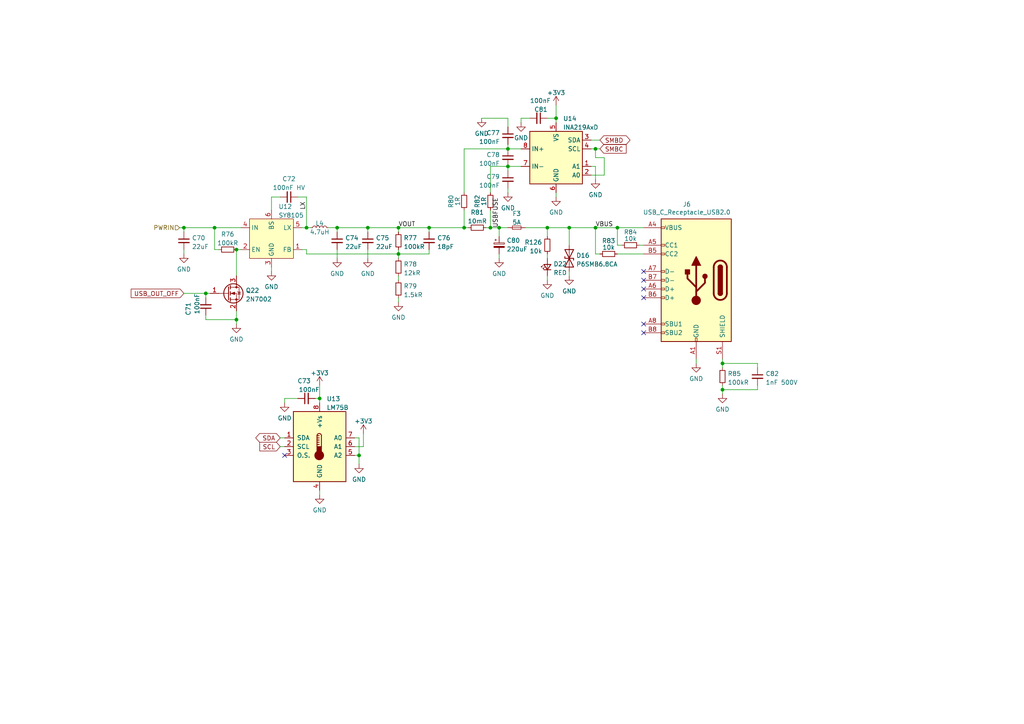
<source format=kicad_sch>
(kicad_sch (version 20230121) (generator eeschema)
  (paper "A4")
  (lib_symbols
    (symbol "Analog_ADC:INA219AxD"
      (property "Reference" "U" (at -6.35 8.89 0))
      (property "Value" "INA219AxD" (at 5.08 8.89 0))
      (symbol "INA219AxD_0_1"
        (rectangle (start -7.62 7.62) (end 7.62 -7.62) (stroke (width 0.254)) (fill (type background)))
      )
      (symbol "INA219AxD_1_1"
        (pin input line (at 10.16 -2.54 180) (length 2.54) (name "A1") (number "1"))
        (pin input line (at 10.16 -5.08 180) (length 2.54) (name "A0") (number "2"))
        (pin bidirectional line (at 10.16 5.08 180) (length 2.54) (name "SDA") (number "3"))
        (pin input line (at 10.16 2.54 180) (length 2.54) (name "SCL") (number "4"))
        (pin power_in line (at 0 10.16 270) (length 2.54) (name "VS") (number "5"))
        (pin power_in line (at 0 -10.16 90) (length 2.54) (name "GND") (number "6"))
        (pin input line (at -10.16 -2.54 0) (length 2.54) (name "IN-") (number "7"))
        (pin input line (at -10.16 2.54 0) (length 2.54) (name "IN+") (number "8"))
      )
    )
    (symbol "Connector:USB_C_Receptacle_USB2.0" (pin_names (offset 1.016))
      (property "Reference" "J" (at -10.16 19.05 0))
      (property "Value" "USB_C_Receptacle_USB2.0" (at 19.05 19.05 0))
      (symbol "USB_C_Receptacle_USB2.0_0_0"
        (rectangle (start -0.254 -17.78) (end 0.254 -16.764))
        (rectangle (start 10.16 -14.986) (end 9.144 -15.494))
        (rectangle (start 10.16 -12.446) (end 9.144 -12.954))
        (rectangle (start 10.16 -4.826) (end 9.144 -5.334))
        (rectangle (start 10.16 -2.286) (end 9.144 -2.794))
        (rectangle (start 10.16 0.254) (end 9.144 -0.254))
        (rectangle (start 10.16 2.794) (end 9.144 2.286))
        (rectangle (start 10.16 7.874) (end 9.144 7.366))
        (rectangle (start 10.16 10.414) (end 9.144 9.906))
        (rectangle (start 10.16 15.494) (end 9.144 14.986))
      )
      (symbol "USB_C_Receptacle_USB2.0_0_1"
        (rectangle (start -10.16 17.78) (end 10.16 -17.78) (stroke (width 0.254)) (fill (type background)))
        (arc (start -8.89 -3.81) (mid -6.985 -5.7067) (end -5.08 -3.81) (stroke (width 0.508)))
        (arc (start -7.62 -3.81) (mid -6.985 -4.4423) (end -6.35 -3.81) (stroke (width 0.254)))
        (arc (start -7.62 -3.81) (mid -6.985 -4.4423) (end -6.35 -3.81) (stroke (width 0.254)) (fill (type outline)))
        (rectangle (start -7.62 -3.81) (end -6.35 3.81) (stroke (width 0.254)) (fill (type outline)))
        (arc (start -6.35 3.81) (mid -6.985 4.4423) (end -7.62 3.81) (stroke (width 0.254)))
        (arc (start -6.35 3.81) (mid -6.985 4.4423) (end -7.62 3.81) (stroke (width 0.254)) (fill (type outline)))
        (arc (start -5.08 3.81) (mid -6.985 5.7067) (end -8.89 3.81) (stroke (width 0.508)))
        (circle (center -2.54 1.143) (radius 0.635) (stroke (width 0.254)) (fill (type outline)))
        (circle (center 0 -5.842) (radius 1.27) (fill (type outline)))
        (polyline (pts (xy -8.89 -3.81) (xy -8.89 3.81)) (stroke (width 0.508)))
        (polyline (pts (xy -5.08 3.81) (xy -5.08 -3.81)) (stroke (width 0.508)))
        (polyline (pts (xy 0 -5.842) (xy 0 4.318)) (stroke (width 0.508)))
        (polyline (pts (xy 0 -3.302) (xy -2.54 -0.762) (xy -2.54 0.508)) (stroke (width 0.508)))
        (polyline (pts (xy 0 -2.032) (xy 2.54 0.508) (xy 2.54 1.778)) (stroke (width 0.508)))
        (polyline (pts (xy -1.27 4.318) (xy 0 6.858) (xy 1.27 4.318) (xy -1.27 4.318)) (stroke (width 0.254)) (fill (type outline)))
        (rectangle (start 1.905 1.778) (end 3.175 3.048) (stroke (width 0.254)) (fill (type outline)))
      )
      (symbol "USB_C_Receptacle_USB2.0_1_1"
        (pin passive line (at 0 -22.86 90) (length 5.08) (name "GND") (number "A1"))
        (pin passive line (at 0 -22.86 90) (length 5.08) hide (name "GND") (number "A12"))
        (pin passive line (at 15.24 15.24 180) (length 5.08) (name "VBUS") (number "A4"))
        (pin bidirectional line (at 15.24 10.16 180) (length 5.08) (name "CC1") (number "A5"))
        (pin bidirectional line (at 15.24 -2.54 180) (length 5.08) (name "D+") (number "A6"))
        (pin bidirectional line (at 15.24 2.54 180) (length 5.08) (name "D-") (number "A7"))
        (pin bidirectional line (at 15.24 -12.7 180) (length 5.08) (name "SBU1") (number "A8"))
        (pin passive line (at 15.24 15.24 180) (length 5.08) hide (name "VBUS") (number "A9"))
        (pin passive line (at 0 -22.86 90) (length 5.08) hide (name "GND") (number "B1"))
        (pin passive line (at 0 -22.86 90) (length 5.08) hide (name "GND") (number "B12"))
        (pin passive line (at 15.24 15.24 180) (length 5.08) hide (name "VBUS") (number "B4"))
        (pin bidirectional line (at 15.24 7.62 180) (length 5.08) (name "CC2") (number "B5"))
        (pin bidirectional line (at 15.24 -5.08 180) (length 5.08) (name "D+") (number "B6"))
        (pin bidirectional line (at 15.24 0 180) (length 5.08) (name "D-") (number "B7"))
        (pin bidirectional line (at 15.24 -15.24 180) (length 5.08) (name "SBU2") (number "B8"))
        (pin passive line (at 15.24 15.24 180) (length 5.08) hide (name "VBUS") (number "B9"))
        (pin passive line (at -7.62 -22.86 90) (length 5.08) (name "SHIELD") (number "S1"))
      )
    )
    (symbol "Device:C_Polarized_Small" (pin_numbers hide) (pin_names (offset 0.254) hide)
      (property "Reference" "C" (at 0.254 1.778 0))
      (property "Value" "C_Polarized_Small" (at 0.254 -2.032 0))
      (symbol "C_Polarized_Small_0_1"
        (rectangle (start -1.524 -0.3048) (end 1.524 -0.6858) (fill (type outline)))
        (rectangle (start -1.524 0.6858) (end 1.524 0.3048))
        (polyline (pts (xy -1.27 1.524) (xy -0.762 1.524)))
        (polyline (pts (xy -1.016 1.27) (xy -1.016 1.778)))
      )
      (symbol "C_Polarized_Small_1_1"
        (pin passive line (at 0 2.54 270) (length 1.8542) (name "~") (number "1"))
        (pin passive line (at 0 -2.54 90) (length 1.8542) (name "~") (number "2"))
      )
    )
    (symbol "Device:C_Small" (pin_numbers hide) (pin_names (offset 0.254) hide)
      (property "Reference" "C" (at 0.254 1.778 0))
      (property "Value" "C_Small" (at 0.254 -2.032 0))
      (symbol "C_Small_0_1"
        (polyline (pts (xy -1.524 -0.508) (xy 1.524 -0.508)) (stroke (width 0.3302)))
        (polyline (pts (xy -1.524 0.508) (xy 1.524 0.508)) (stroke (width 0.3048)))
      )
      (symbol "C_Small_1_1"
        (pin passive line (at 0 2.54 270) (length 2.032) (name "~") (number "1"))
        (pin passive line (at 0 -2.54 90) (length 2.032) (name "~") (number "2"))
      )
    )
    (symbol "Device:D_TVS" (pin_numbers hide) (pin_names (offset 1.016) hide)
      (property "Reference" "D" (at 0 2.54 0))
      (property "Value" "D_TVS" (at 0 -2.54 0))
      (symbol "D_TVS_0_1"
        (polyline (pts (xy 1.27 0) (xy -1.27 0)))
        (polyline (pts (xy 0.508 1.27) (xy 0 1.27) (xy 0 -1.27) (xy -0.508 -1.27)) (stroke (width 0.254)))
        (polyline (pts (xy -2.54 1.27) (xy -2.54 -1.27) (xy 2.54 1.27) (xy 2.54 -1.27) (xy -2.54 1.27)) (stroke (width 0.254)))
      )
      (symbol "D_TVS_1_1"
        (pin passive line (at -3.81 0 0) (length 2.54) (name "A1") (number "1"))
        (pin passive line (at 3.81 0 180) (length 2.54) (name "A2") (number "2"))
      )
    )
    (symbol "Device:Fuse_Small" (pin_numbers hide) (pin_names (offset 0.254) hide)
      (property "Reference" "F" (at 0 -1.524 0))
      (property "Value" "Fuse_Small" (at 0 1.524 0))
      (symbol "Fuse_Small_0_1"
        (rectangle (start -1.27 0.508) (end 1.27 -0.508))
        (polyline (pts (xy -1.27 0) (xy 1.27 0)))
      )
      (symbol "Fuse_Small_1_1"
        (pin passive line (at -2.54 0 0) (length 1.27) (name "~") (number "1"))
        (pin passive line (at 2.54 0 180) (length 1.27) (name "~") (number "2"))
      )
    )
    (symbol "Device:LED_Small" (pin_numbers hide) (pin_names (offset 0.254) hide)
      (property "Reference" "D" (at -1.27 3.175 0))
      (property "Value" "LED_Small" (at -4.445 -2.54 0))
      (symbol "LED_Small_0_1"
        (polyline (pts (xy -0.762 -1.016) (xy -0.762 1.016)) (stroke (width 0.254)))
        (polyline (pts (xy 1.016 0) (xy -0.762 0)))
        (polyline (pts (xy 0.762 -1.016) (xy -0.762 0) (xy 0.762 1.016) (xy 0.762 -1.016)) (stroke (width 0.254)))
        (polyline (pts (xy 0 0.762) (xy -0.508 1.27) (xy -0.254 1.27) (xy -0.508 1.27) (xy -0.508 1.016)))
        (polyline (pts (xy 0.508 1.27) (xy 0 1.778) (xy 0.254 1.778) (xy 0 1.778) (xy 0 1.524)))
      )
      (symbol "LED_Small_1_1"
        (pin passive line (at -2.54 0 0) (length 1.778) (name "K") (number "1"))
        (pin passive line (at 2.54 0 180) (length 1.778) (name "A") (number "2"))
      )
    )
    (symbol "Device:L_Small" (pin_numbers hide) (pin_names (offset 0.254) hide)
      (property "Reference" "L" (at 0.762 1.016 0))
      (property "Value" "L_Small" (at 0.762 -1.016 0))
      (symbol "L_Small_0_1"
        (arc (start 0 -2.032) (mid 0.5058 -1.524) (end 0 -1.016))
        (arc (start 0 -1.016) (mid 0.5058 -0.508) (end 0 0))
        (arc (start 0 0) (mid 0.5058 0.508) (end 0 1.016))
        (arc (start 0 1.016) (mid 0.5058 1.524) (end 0 2.032))
      )
      (symbol "L_Small_1_1"
        (pin passive line (at 0 2.54 270) (length 0.508) (name "~") (number "1"))
        (pin passive line (at 0 -2.54 90) (length 0.508) (name "~") (number "2"))
      )
    )
    (symbol "Device:R_Small" (pin_numbers hide) (pin_names (offset 0.254) hide)
      (property "Reference" "R" (at 0.762 0.508 0))
      (property "Value" "R_Small" (at 0.762 -1.016 0))
      (symbol "R_Small_0_1"
        (rectangle (start -0.762 1.778) (end 0.762 -1.778) (stroke (width 0.2032)))
      )
      (symbol "R_Small_1_1"
        (pin passive line (at 0 2.54 270) (length 0.762) (name "~") (number "1"))
        (pin passive line (at 0 -2.54 90) (length 0.762) (name "~") (number "2"))
      )
    )
    (symbol "Regulator_Switching_Silergy:SY8105"
      (property "Reference" "U" (at -5.08 6.35 0))
      (property "Value" "SY8105" (at 0 0 0))
      (symbol "SY8105_1_1"
        (rectangle (start -6.35 5.08) (end 6.35 -6.35) (fill (type background)))
        (pin input line (at 8.89 -3.81 180) (length 2.54) (name "FB") (number "1"))
        (pin input line (at -8.89 -3.81 0) (length 2.54) (name "EN") (number "2"))
        (pin power_in line (at 0 -8.89 90) (length 2.54) (name "GND") (number "3"))
        (pin power_in line (at -8.89 2.54 0) (length 2.54) (name "IN") (number "4"))
        (pin output line (at 8.89 2.54 180) (length 2.54) (name "LX") (number "5"))
        (pin bidirectional line (at 0 7.62 270) (length 2.54) (name "BS") (number "6"))
      )
    )
    (symbol "Sensor_Temperature:LM75B" (pin_names (offset 1.016))
      (property "Reference" "U" (at -6.35 11.43 0))
      (property "Value" "LM75B" (at 0 11.43 0))
      (symbol "LM75B_0_1"
        (rectangle (start -7.62 10.16) (end 7.62 -10.16) (stroke (width 0.254)) (fill (type background)))
        (circle (center -0.127 -2.54) (radius 1.27) (stroke (width 0.254)) (fill (type outline)))
        (polyline (pts (xy -0.762 0.635) (xy -0.127 0.635)) (stroke (width 0.254)))
        (polyline (pts (xy -0.762 1.27) (xy -0.127 1.27)) (stroke (width 0.254)))
        (polyline (pts (xy -0.762 1.905) (xy -0.127 1.905)) (stroke (width 0.254)))
        (polyline (pts (xy -0.762 2.54) (xy -0.127 2.54)) (stroke (width 0.254)))
        (polyline (pts (xy -0.762 3.175) (xy -0.762 0)) (stroke (width 0.254)))
        (polyline (pts (xy -0.762 3.175) (xy -0.127 3.175)) (stroke (width 0.254)))
        (polyline (pts (xy 0.508 3.175) (xy 0.508 0)) (stroke (width 0.254)))
        (rectangle (start 0.508 -1.905) (end -0.762 0) (stroke (width 0.254)) (fill (type outline)))
        (arc (start 0.508 3.175) (mid -0.127 3.8073) (end -0.762 3.175) (stroke (width 0.254)))
      )
      (symbol "LM75B_1_1"
        (pin bidirectional line (at -10.16 2.54 0) (length 2.54) (name "SDA") (number "1"))
        (pin input line (at -10.16 0 0) (length 2.54) (name "SCL") (number "2"))
        (pin open_collector line (at -10.16 -2.54 0) (length 2.54) (name "O.S.") (number "3"))
        (pin power_in line (at 0 -12.7 90) (length 2.54) (name "GND") (number "4"))
        (pin input line (at 10.16 -2.54 180) (length 2.54) (name "A2") (number "5"))
        (pin input line (at 10.16 0 180) (length 2.54) (name "A1") (number "6"))
        (pin input line (at 10.16 2.54 180) (length 2.54) (name "A0") (number "7"))
        (pin power_in line (at 0 12.7 270) (length 2.54) (name "+Vs") (number "8"))
      )
    )
    (symbol "Transistor_FET:2N7002" (pin_names hide)
      (property "Reference" "Q" (at 5.08 1.905 0))
      (property "Value" "2N7002" (at 5.08 0 0))
      (symbol "2N7002_0_1"
        (polyline (pts (xy 0.254 0) (xy -2.54 0)))
        (polyline (pts (xy 0.254 1.905) (xy 0.254 -1.905)) (stroke (width 0.254)))
        (polyline (pts (xy 0.762 -1.27) (xy 0.762 -2.286)) (stroke (width 0.254)))
        (polyline (pts (xy 0.762 0.508) (xy 0.762 -0.508)) (stroke (width 0.254)))
        (polyline (pts (xy 0.762 2.286) (xy 0.762 1.27)) (stroke (width 0.254)))
        (polyline (pts (xy 2.54 2.54) (xy 2.54 1.778)))
        (polyline (pts (xy 2.54 -2.54) (xy 2.54 0) (xy 0.762 0)))
        (polyline (pts (xy 0.762 -1.778) (xy 3.302 -1.778) (xy 3.302 1.778) (xy 0.762 1.778)))
        (polyline (pts (xy 1.016 0) (xy 2.032 0.381) (xy 2.032 -0.381) (xy 1.016 0)) (fill (type outline)))
        (polyline (pts (xy 2.794 0.508) (xy 2.921 0.381) (xy 3.683 0.381) (xy 3.81 0.254)))
        (polyline (pts (xy 3.302 0.381) (xy 2.921 -0.254) (xy 3.683 -0.254) (xy 3.302 0.381)))
        (circle (center 1.651 0) (radius 2.794) (stroke (width 0.254)))
        (circle (center 2.54 -1.778) (radius 0.254) (fill (type outline)))
        (circle (center 2.54 1.778) (radius 0.254) (fill (type outline)))
      )
      (symbol "2N7002_1_1"
        (pin input line (at -5.08 0 0) (length 2.54) (name "G") (number "1"))
        (pin passive line (at 2.54 -5.08 90) (length 2.54) (name "S") (number "2"))
        (pin passive line (at 2.54 5.08 270) (length 2.54) (name "D") (number "3"))
      )
    )
    (symbol "power:+3V3" (power) (pin_names (offset 0))
      (property "Value" "+3V3" (at 0 3.556 0))
      (symbol "+3V3_0_1"
        (polyline (pts (xy -0.762 1.27) (xy 0 2.54)))
        (polyline (pts (xy 0 0) (xy 0 2.54)))
        (polyline (pts (xy 0 2.54) (xy 0.762 1.27)))
      )
      (symbol "+3V3_1_1"
        (pin power_in line (at 0 0 90) (length 0) hide (name "+3V3") (number "1"))
      )
    )
    (symbol "power:GND" (power) (pin_names (offset 0))
      (property "Value" "GND" (at 0 -3.81 0))
      (symbol "GND_0_1"
        (polyline (pts (xy 0 0) (xy 0 -1.27) (xy 1.27 -1.27) (xy 0 -2.54) (xy -1.27 -1.27) (xy 0 -1.27)))
      )
      (symbol "GND_1_1"
        (pin power_in line (at 0 0 270) (length 0) hide (name "GND") (number "1"))
      )
    )
  )
  (junction (at 59.69 85.09))
  (junction (at 68.58 72.39))
  (junction (at 68.58 92.71))
  (junction (at 106.68 66.04))
  (junction (at 142.24 66.04))
  (junction (at 165.1 66.04))
  (junction (at 179.07 66.04))
  (junction (at 158.75 66.04))
  (junction (at 115.57 66.04))
  (junction (at 124.46 66.04))
  (junction (at 104.14 132.08))
  (junction (at 92.71 115.57))
  (junction (at 53.34 66.04))
  (junction (at 172.72 66.04))
  (junction (at 88.9 66.04))
  (junction (at 209.55 105.41))
  (junction (at 134.62 66.04))
  (junction (at 161.29 34.29))
  (junction (at 147.32 48.26))
  (junction (at 62.23 66.04))
  (junction (at 115.57 73.66))
  (junction (at 147.32 43.18))
  (junction (at 97.79 66.04))
  (junction (at 144.78 66.04))
  (junction (at 209.55 113.03))
  (junction (at 172.72 43.18))
  (no_connect (at 186.69 78.74))
  (no_connect (at 186.69 81.28))
  (no_connect (at 186.69 83.82))
  (no_connect (at 186.69 93.98))
  (no_connect (at 82.55 132.08))
  (no_connect (at 186.69 86.36))
  (no_connect (at 186.69 96.52))
  (wire (pts (xy 86.36 57.15) (xy 88.9 57.15)))
  (wire (pts (xy 144.78 73.66) (xy 144.78 74.93)))
  (wire (pts (xy 172.72 43.18) (xy 173.99 43.18)))
  (wire (pts (xy 175.26 45.72) (xy 175.26 50.8)))
  (wire (pts (xy 172.72 66.04) (xy 172.72 73.66)))
  (wire (pts (xy 209.55 113.03) (xy 209.55 114.3)))
  (wire (pts (xy 104.14 127) (xy 104.14 132.08)))
  (wire (pts (xy 62.23 66.04) (xy 62.23 72.39)))
  (wire (pts (xy 87.63 72.39) (xy 88.9 72.39)))
  (wire (pts (xy 115.57 73.66) (xy 115.57 74.93)))
  (wire (pts (xy 134.62 60.96) (xy 134.62 66.04)))
  (wire (pts (xy 161.29 55.88) (xy 161.29 57.15)))
  (wire (pts (xy 180.34 71.12) (xy 179.07 71.12)))
  (wire (pts (xy 105.41 129.54) (xy 102.87 129.54)))
  (wire (pts (xy 78.74 60.96) (xy 78.74 57.15)))
  (wire (pts (xy 97.79 66.04) (xy 106.68 66.04)))
  (wire (pts (xy 81.28 127) (xy 82.55 127)))
  (wire (pts (xy 173.99 73.66) (xy 172.72 73.66)))
  (wire (pts (xy 179.07 66.04) (xy 186.69 66.04)))
  (wire (pts (xy 106.68 66.04) (xy 115.57 66.04)))
  (wire (pts (xy 104.14 134.62) (xy 104.14 132.08)))
  (wire (pts (xy 165.1 66.04) (xy 165.1 71.12)))
  (wire (pts (xy 81.28 129.54) (xy 82.55 129.54)))
  (wire (pts (xy 91.44 115.57) (xy 92.71 115.57)))
  (wire (pts (xy 52.07 66.04) (xy 53.34 66.04)))
  (wire (pts (xy 59.69 91.44) (xy 59.69 92.71)))
  (wire (pts (xy 124.46 73.66) (xy 124.46 72.39)))
  (wire (pts (xy 172.72 48.26) (xy 172.72 52.07)))
  (wire (pts (xy 209.55 111.76) (xy 209.55 113.03)))
  (wire (pts (xy 219.71 113.03) (xy 219.71 111.76)))
  (wire (pts (xy 134.62 43.18) (xy 134.62 55.88)))
  (wire (pts (xy 53.34 66.04) (xy 53.34 67.31)))
  (wire (pts (xy 68.58 92.71) (xy 68.58 93.98)))
  (wire (pts (xy 115.57 72.39) (xy 115.57 73.66)))
  (wire (pts (xy 147.32 54.61) (xy 147.32 55.88)))
  (wire (pts (xy 139.7 34.29) (xy 147.32 34.29)))
  (wire (pts (xy 209.55 104.14) (xy 209.55 105.41)))
  (wire (pts (xy 106.68 72.39) (xy 106.68 74.93)))
  (wire (pts (xy 158.75 66.04) (xy 165.1 66.04)))
  (wire (pts (xy 172.72 45.72) (xy 172.72 43.18)))
  (wire (pts (xy 97.79 72.39) (xy 97.79 74.93)))
  (wire (pts (xy 92.71 111.76) (xy 92.71 115.57)))
  (wire (pts (xy 142.24 66.04) (xy 144.78 66.04)))
  (wire (pts (xy 115.57 73.66) (xy 124.46 73.66)))
  (wire (pts (xy 68.58 72.39) (xy 68.58 80.01)))
  (wire (pts (xy 68.58 90.17) (xy 68.58 92.71)))
  (wire (pts (xy 172.72 66.04) (xy 179.07 66.04)))
  (wire (pts (xy 142.24 66.04) (xy 140.97 66.04)))
  (wire (pts (xy 102.87 132.08) (xy 104.14 132.08)))
  (wire (pts (xy 175.26 50.8) (xy 171.45 50.8)))
  (wire (pts (xy 86.36 115.57) (xy 82.55 115.57)))
  (wire (pts (xy 209.55 105.41) (xy 209.55 106.68)))
  (wire (pts (xy 88.9 66.04) (xy 88.9 57.15)))
  (wire (pts (xy 78.74 57.15) (xy 81.28 57.15)))
  (wire (pts (xy 152.4 66.04) (xy 158.75 66.04)))
  (wire (pts (xy 147.32 43.18) (xy 151.13 43.18)))
  (wire (pts (xy 179.07 66.04) (xy 179.07 71.12)))
  (wire (pts (xy 92.71 115.57) (xy 92.71 116.84)))
  (wire (pts (xy 104.14 127) (xy 102.87 127)))
  (wire (pts (xy 59.69 92.71) (xy 68.58 92.71)))
  (wire (pts (xy 59.69 85.09) (xy 60.96 85.09)))
  (wire (pts (xy 158.75 73.66) (xy 158.75 74.93)))
  (wire (pts (xy 158.75 34.29) (xy 161.29 34.29)))
  (wire (pts (xy 161.29 34.29) (xy 161.29 35.56)))
  (wire (pts (xy 151.13 35.56) (xy 151.13 34.29)))
  (wire (pts (xy 87.63 66.04) (xy 88.9 66.04)))
  (wire (pts (xy 147.32 43.18) (xy 134.62 43.18)))
  (wire (pts (xy 142.24 48.26) (xy 142.24 55.88)))
  (wire (pts (xy 53.34 85.09) (xy 59.69 85.09)))
  (wire (pts (xy 134.62 66.04) (xy 135.89 66.04)))
  (wire (pts (xy 147.32 48.26) (xy 147.32 49.53)))
  (wire (pts (xy 201.93 104.14) (xy 201.93 105.41)))
  (wire (pts (xy 185.42 71.12) (xy 186.69 71.12)))
  (wire (pts (xy 78.74 77.47) (xy 78.74 78.74)))
  (wire (pts (xy 161.29 30.48) (xy 161.29 34.29)))
  (wire (pts (xy 219.71 106.68) (xy 219.71 105.41)))
  (wire (pts (xy 115.57 86.36) (xy 115.57 87.63)))
  (wire (pts (xy 179.07 73.66) (xy 186.69 73.66)))
  (wire (pts (xy 142.24 60.96) (xy 142.24 66.04)))
  (wire (pts (xy 69.85 66.04) (xy 62.23 66.04)))
  (wire (pts (xy 88.9 72.39) (xy 88.9 73.66)))
  (wire (pts (xy 106.68 66.04) (xy 106.68 67.31)))
  (wire (pts (xy 209.55 113.03) (xy 219.71 113.03)))
  (wire (pts (xy 62.23 72.39) (xy 63.5 72.39)))
  (wire (pts (xy 219.71 105.41) (xy 209.55 105.41)))
  (wire (pts (xy 147.32 48.26) (xy 151.13 48.26)))
  (wire (pts (xy 88.9 73.66) (xy 115.57 73.66)))
  (wire (pts (xy 144.78 66.04) (xy 144.78 68.58)))
  (wire (pts (xy 53.34 72.39) (xy 53.34 73.66)))
  (wire (pts (xy 124.46 66.04) (xy 134.62 66.04)))
  (wire (pts (xy 124.46 66.04) (xy 124.46 67.31)))
  (wire (pts (xy 95.25 66.04) (xy 97.79 66.04)))
  (wire (pts (xy 175.26 45.72) (xy 172.72 45.72)))
  (wire (pts (xy 151.13 34.29) (xy 153.67 34.29)))
  (wire (pts (xy 147.32 48.26) (xy 142.24 48.26)))
  (wire (pts (xy 92.71 142.24) (xy 92.71 143.51)))
  (wire (pts (xy 165.1 78.74) (xy 165.1 80.01)))
  (wire (pts (xy 82.55 115.57) (xy 82.55 116.84)))
  (wire (pts (xy 158.75 80.01) (xy 158.75 81.28)))
  (wire (pts (xy 147.32 41.91) (xy 147.32 43.18)))
  (wire (pts (xy 105.41 125.73) (xy 105.41 129.54)))
  (wire (pts (xy 165.1 66.04) (xy 172.72 66.04)))
  (wire (pts (xy 171.45 40.64) (xy 173.99 40.64)))
  (wire (pts (xy 115.57 66.04) (xy 115.57 67.31)))
  (wire (pts (xy 115.57 80.01) (xy 115.57 81.28)))
  (wire (pts (xy 171.45 43.18) (xy 172.72 43.18)))
  (wire (pts (xy 97.79 66.04) (xy 97.79 67.31)))
  (wire (pts (xy 59.69 85.09) (xy 59.69 86.36)))
  (wire (pts (xy 158.75 68.58) (xy 158.75 66.04)))
  (wire (pts (xy 115.57 66.04) (xy 124.46 66.04)))
  (wire (pts (xy 68.58 72.39) (xy 69.85 72.39)))
  (wire (pts (xy 62.23 66.04) (xy 53.34 66.04)))
  (wire (pts (xy 172.72 48.26) (xy 171.45 48.26)))
  (wire (pts (xy 144.78 66.04) (xy 147.32 66.04)))
  (wire (pts (xy 88.9 66.04) (xy 90.17 66.04)))
  (wire (pts (xy 147.32 34.29) (xy 147.32 36.83)))
  (label "VOUT" (at 115.57 66.04 0))
  (label "USBFUSE" (at 144.78 66.04 90))
  (label "LX" (at 88.9 58.42 270))
  (label "VBUS" (at 172.72 66.04 0))
  (global_label "USB_OUT_OFF" (shape input) (at 53.34 85.09 180) (property "Intersheetrefs" "${INTERSHEET_REFS}" (effects hide)) (property "Referenzen zwischen Schaltplänen" "${INTERSHEET_REFS}" (effects hide)))
  (global_label "SDA" (shape bidirectional) (at 81.28 127 180) (property "Intersheetrefs" "${INTERSHEET_REFS}" (effects hide)) (property "Referenzen zwischen Schaltplänen" "${INTERSHEET_REFS}" (effects hide)))
  (global_label "SMBD" (shape bidirectional) (at 173.99 40.64 0) (property "Intersheetrefs" "${INTERSHEET_REFS}" (effects hide)) (property "Referenzen zwischen Schaltplänen" "${INTERSHEET_REFS}" (effects hide)))
  (global_label "SCL" (shape input) (at 81.28 129.54 180) (property "Intersheetrefs" "${INTERSHEET_REFS}" (effects hide)) (property "Referenzen zwischen Schaltplänen" "${INTERSHEET_REFS}" (effects hide)))
  (global_label "SMBC" (shape input) (at 173.99 43.18 0) (property "Intersheetrefs" "${INTERSHEET_REFS}" (effects hide)) (property "Referenzen zwischen Schaltplänen" "${INTERSHEET_REFS}" (effects hide)))
  (hierarchical_label "PWRIN" (shape input) (at 52.07 66.04 180))
  (symbol (lib_id "Device:R_Small") (at 66.04 72.39 90) (unit 1)
    (property "Reference" "R76" (at 66.04 67.9536 90))
    (property "Value" "100kR" (at 66.04 70.4905 90))
    (property "Footprint" "Resistor_SMD:R_0402_1005Metric" (effects hide))
    (property "LCSC" "C25741" (effects hide))
  )
  (symbol (lib_id "power:GND") (at 78.74 78.74 0) (unit 1)
    (property "Reference" "#PWR0235" (effects hide))
    (property "Value" "GND" (at 78.74 83.1834 0))
  )
  (symbol (lib_id "Device:Fuse_Small") (at 149.86 66.04 0) (unit 1)
    (property "Reference" "F3" (at 149.86 61.9592 0))
    (property "Value" "5A" (at 149.86 64.4961 0))
    (property "Footprint" "Fuse:Fuse_1206_3216Metric" (effects hide))
    (property "Datasheet" "https://datasheet.lcsc.com/lcsc/1912111437_HOLLY-12T-050L2_C377290.pdf" (effects hide))
    (property "LCSC" "C377290" (effects hide))
  )
  (symbol (lib_id "power:GND") (at 53.34 73.66 0) (unit 1)
    (property "Reference" "#PWR0237" (effects hide))
    (property "Value" "GND" (at 53.34 78.1034 0))
  )
  (symbol (lib_id "Device:C_Small") (at 124.46 69.85 0) (unit 1)
    (property "Reference" "C76" (at 126.7841 69.0216 0) (effects (justify left)))
    (property "Value" "18pF" (at 126.7841 71.5585 0) (effects (justify left)))
    (property "Footprint" "Capacitor_SMD:C_0402_1005Metric" (effects hide))
    (property "LCSC" "C1549" (effects hide))
  )
  (symbol (lib_id "Device:R_Small") (at 115.57 69.85 0) (unit 1)
    (property "Reference" "R77" (at 117.0686 69.0153 0) (effects (justify left)))
    (property "Value" "100kR" (at 117.0686 71.5522 0) (effects (justify left)))
    (property "Footprint" "Resistor_SMD:R_0402_1005Metric" (effects hide))
    (property "LCSC" "C25741" (effects hide))
  )
  (symbol (lib_id "power:GND") (at 104.14 134.62 0) (unit 1)
    (property "Reference" "#PWR0226" (effects hide))
    (property "Value" "GND" (at 104.14 139.0634 0))
  )
  (symbol (lib_id "power:+3V3") (at 105.41 125.73 0) (unit 1)
    (property "Reference" "#PWR0225" (effects hide))
    (property "Value" "+3V3" (at 105.41 122.1542 0))
  )
  (symbol (lib_id "Regulator_Switching_Silergy:SY8105") (at 78.74 68.58 0) (unit 1)
    (property "Reference" "U12" (at 80.7594 59.9272 0) (effects (justify left)))
    (property "Value" "SY8105" (at 80.7594 62.4641 0) (effects (justify left)))
    (property "Footprint" "Package_TO_SOT_SMD:TSOT-23-6" (effects hide))
    (property "Datasheet" "https://datasheet.lcsc.com/szlcsc/Silergy-Corp-SY8105ADC_C178247.pdf" (effects hide))
    (property "LCSC" "C178247" (effects hide))
  )
  (symbol (lib_id "power:GND") (at 161.29 57.15 0) (unit 1)
    (property "Reference" "#PWR0238" (effects hide))
    (property "Value" "GND" (at 161.29 61.5934 0))
  )
  (symbol (lib_id "Device:C_Small") (at 59.69 88.9 0) (mirror x) (unit 1)
    (property "Reference" "C71" (at 54.61 87.63 90) (effects (justify left)))
    (property "Value" "100nF" (at 57.15 85.09 90) (effects (justify left)))
    (property "Footprint" "Capacitor_SMD:C_0402_1005Metric" (effects hide))
    (property "LCSC" "C1525" (effects hide))
  )
  (symbol (lib_id "Device:C_Small") (at 53.34 69.85 0) (unit 1)
    (property "Reference" "C70" (at 55.6641 69.0216 0) (effects (justify left)))
    (property "Value" "22uF" (at 55.6641 71.5585 0) (effects (justify left)))
    (property "Footprint" "Capacitor_SMD:C_0805_2012Metric" (effects hide))
    (property "LCSC" "C602037" (effects hide))
  )
  (symbol (lib_id "power:GND") (at 82.55 116.84 0) (unit 1)
    (property "Reference" "#PWR0228" (effects hide))
    (property "Value" "GND" (at 82.55 121.2834 0))
  )
  (symbol (lib_id "power:+3V3") (at 92.71 111.76 0) (unit 1)
    (property "Reference" "#PWR0224" (effects hide))
    (property "Value" "+3V3" (at 92.71 108.1842 0))
  )
  (symbol (lib_id "power:GND") (at 144.78 74.93 0) (unit 1)
    (property "Reference" "#PWR0234" (effects hide))
    (property "Value" "GND" (at 144.78 79.3734 0))
  )
  (symbol (lib_id "Device:D_TVS") (at 165.1 74.93 270) (unit 1)
    (property "Reference" "D16" (at 167.132 74.0953 90) (effects (justify left)))
    (property "Value" "P6SMB6.8CA" (at 167.132 76.6322 90) (effects (justify left)))
    (property "Footprint" "Diode_SMD:D_SMB" (effects hide))
    (property "LCSC" "C78395" (effects hide))
  )
  (symbol (lib_id "power:GND") (at 92.71 143.51 0) (unit 1)
    (property "Reference" "#PWR0227" (effects hide))
    (property "Value" "GND" (at 92.71 147.9534 0))
  )
  (symbol (lib_id "Device:R_Small") (at 134.62 58.42 0) (unit 1)
    (property "Reference" "R80" (at 130.81 58.42 90))
    (property "Value" "1R" (at 132.7205 58.42 90))
    (property "Footprint" "Resistor_SMD:R_0402_1005Metric" (effects hide))
    (property "LCSC" "C25086" (effects hide))
  )
  (symbol (lib_id "Device:C_Small") (at 83.82 57.15 270) (unit 1)
    (property "Reference" "C72" (at 83.8136 51.8881 90))
    (property "Value" "100nF HV" (at 83.8136 54.425 90))
    (property "Footprint" "Capacitor_SMD:C_0603_1608Metric" (effects hide))
    (property "LCSC" "C14663" (effects hide))
  )
  (symbol (lib_id "Device:R_Small") (at 209.55 109.22 0) (unit 1)
    (property "Reference" "R85" (at 211.0486 108.3853 0) (effects (justify left)))
    (property "Value" "100kR" (at 211.0486 110.9222 0) (effects (justify left)))
    (property "Footprint" "Resistor_SMD:R_1206_3216Metric" (effects hide))
    (property "LCSC" "C17900" (effects hide))
  )
  (symbol (lib_id "power:GND") (at 115.57 87.63 0) (unit 1)
    (property "Reference" "#PWR0232" (effects hide))
    (property "Value" "GND" (at 115.57 92.0734 0))
  )
  (symbol (lib_id "Device:L_Small") (at 92.71 66.04 90) (unit 1)
    (property "Reference" "L4" (at 92.71 64.77 90))
    (property "Value" "4.7uH" (at 92.71 67.31 90))
    (property "Footprint" "Inductor_SMD:L_Bourns_SRP7028A_7.3x6.6mm" (effects hide))
    (property "Datasheet" "https://datasheet.lcsc.com/lcsc/1809050343_TDK-SPM6530T-4R7M_C76857.pdf" (effects hide))
    (property "LCSC" "C76857" (effects hide))
  )
  (symbol (lib_id "power:GND") (at 201.93 105.41 0) (unit 1)
    (property "Reference" "#PWR0242" (effects hide))
    (property "Value" "GND" (at 201.93 109.8534 0))
  )
  (symbol (lib_id "power:GND") (at 68.58 93.98 0) (unit 1)
    (property "Reference" "#PWR0236" (effects hide))
    (property "Value" "GND" (at 68.58 98.4234 0))
  )
  (symbol (lib_id "Device:C_Small") (at 88.9 115.57 90) (mirror x) (unit 1)
    (property "Reference" "C73" (at 90.17 110.49 90) (effects (justify left)))
    (property "Value" "100nF" (at 92.71 113.03 90) (effects (justify left)))
    (property "Footprint" "Capacitor_SMD:C_0402_1005Metric" (effects hide))
    (property "LCSC" "C1525" (effects hide))
  )
  (symbol (lib_id "Device:R_Small") (at 115.57 77.47 180) (unit 1)
    (property "Reference" "R78" (at 117.0686 76.6353 0) (effects (justify right)))
    (property "Value" "12kR" (at 117.0686 79.1722 0) (effects (justify right)))
    (property "Footprint" "Resistor_SMD:R_0402_1005Metric" (effects hide))
    (property "LCSC" "C25752" (effects hide))
  )
  (symbol (lib_id "power:GND") (at 97.79 74.93 0) (unit 1)
    (property "Reference" "#PWR0233" (effects hide))
    (property "Value" "GND" (at 97.79 79.3734 0))
  )
  (symbol (lib_id "power:GND") (at 172.72 52.07 0) (unit 1)
    (property "Reference" "#PWR0241" (effects hide))
    (property "Value" "GND" (at 172.72 56.5134 0))
  )
  (symbol (lib_id "Device:R_Small") (at 158.75 71.12 0) (mirror x) (unit 1)
    (property "Reference" "R126" (at 157.2515 70.2853 0) (effects (justify right)))
    (property "Value" "10k" (at 157.2515 72.8222 0) (effects (justify right)))
    (property "Footprint" "Resistor_SMD:R_0402_1005Metric" (effects hide))
    (property "LCSC" "C25744" (effects hide))
  )
  (symbol (lib_id "power:GND") (at 139.7 34.29 0) (unit 1)
    (property "Reference" "#PWR0230" (effects hide))
    (property "Value" "GND" (at 139.7 38.7334 0))
  )
  (symbol (lib_id "power:GND") (at 147.32 55.88 0) (unit 1)
    (property "Reference" "#PWR0229" (effects hide))
    (property "Value" "GND" (at 147.32 60.3234 0))
  )
  (symbol (lib_id "Device:R_Small") (at 142.24 58.42 0) (unit 1)
    (property "Reference" "R82" (at 138.43 58.42 90))
    (property "Value" "1R" (at 140.3405 58.42 90))
    (property "Footprint" "Resistor_SMD:R_0402_1005Metric" (effects hide))
    (property "LCSC" "C25086" (effects hide))
  )
  (symbol (lib_id "Device:R_Small") (at 176.53 73.66 270) (unit 1)
    (property "Reference" "R83" (at 176.53 69.85 90))
    (property "Value" "10k" (at 176.53 71.7605 90))
    (property "Footprint" "Resistor_SMD:R_0402_1005Metric" (effects hide))
    (property "LCSC" "C25744" (effects hide))
  )
  (symbol (lib_id "Device:LED_Small") (at 158.75 77.47 90) (unit 1)
    (property "Reference" "D22" (at 160.528 76.5718 90) (effects (justify right)))
    (property "Value" "RED" (at 160.528 79.1087 90) (effects (justify right)))
    (property "Footprint" "LED_SMD:LED_0603_1608Metric" (effects hide))
    (property "LCSC" "C2286" (effects hide))
  )
  (symbol (lib_id "Device:C_Small") (at 156.21 34.29 270) (mirror x) (unit 1)
    (property "Reference" "C81" (at 154.94 31.75 90) (effects (justify left)))
    (property "Value" "100nF" (at 153.67 29.21 90) (effects (justify left)))
    (property "Footprint" "Capacitor_SMD:C_0402_1005Metric" (effects hide))
    (property "LCSC" "C1525" (effects hide))
  )
  (symbol (lib_id "Transistor_FET:2N7002") (at 66.04 85.09 0) (unit 1)
    (property "Reference" "Q22" (at 71.247 84.2553 0) (effects (justify left)))
    (property "Value" "2N7002" (at 71.247 86.7922 0) (effects (justify left)))
    (property "Footprint" "Package_TO_SOT_SMD:SOT-23" (effects hide))
    (property "Datasheet" "https://www.onsemi.com/pub/Collateral/NDS7002A-D.PDF" (effects hide))
    (property "LCSC" "C8545" (effects hide))
  )
  (symbol (lib_id "Device:C_Small") (at 219.71 109.22 0) (unit 1)
    (property "Reference" "C82" (at 222.0341 108.3916 0) (effects (justify left)))
    (property "Value" "1nF 500V" (at 222.0341 110.9285 0) (effects (justify left)))
    (property "Footprint" "Capacitor_SMD:C_1206_3216Metric" (effects hide))
    (property "LCSC" "C35216" (effects hide))
  )
  (symbol (lib_id "Device:R_Small") (at 182.88 71.12 90) (unit 1)
    (property "Reference" "R84" (at 182.88 67.31 90))
    (property "Value" "10k" (at 182.88 69.2205 90))
    (property "Footprint" "Resistor_SMD:R_0402_1005Metric" (effects hide))
    (property "LCSC" "C25744" (effects hide))
  )
  (symbol (lib_id "power:GND") (at 158.75 81.28 0) (unit 1)
    (property "Reference" "#PWR0314" (effects hide))
    (property "Value" "GND" (at 158.75 85.7234 0))
  )
  (symbol (lib_id "Device:C_Polarized_Small") (at 144.78 71.12 0) (unit 1)
    (property "Reference" "C80" (at 146.939 69.7392 0) (effects (justify left)))
    (property "Value" "220uF" (at 146.939 72.2761 0) (effects (justify left)))
    (property "Footprint" "Capacitor_SMD:CP_Elec_6.3x7.7" (effects hide))
    (property "Datasheet" "https://datasheet.lcsc.com/lcsc/1912111437_Nichicon-UCM1E221MCL1GS_C340768.pdf" (effects hide))
    (property "LCSC" "C340768" (effects hide))
  )
  (symbol (lib_id "Analog_ADC:INA219AxD") (at 161.29 45.72 0) (unit 1)
    (property "Reference" "U14" (at 163.3094 34.4002 0) (effects (justify left)))
    (property "Value" "INA219AxD" (at 163.3094 36.9371 0) (effects (justify left)))
    (property "Footprint" "Package_SO:SOIC-8_3.9x4.9mm_P1.27mm" (effects hide))
    (property "Datasheet" "http://www.ti.com/lit/ds/symlink/ina219.pdf" (effects hide))
    (property "LCSC" "C138706" (effects hide))
  )
  (symbol (lib_id "Device:C_Small") (at 147.32 39.37 0) (mirror y) (unit 1)
    (property "Reference" "C77" (at 144.9959 38.5416 0) (effects (justify left)))
    (property "Value" "100nF" (at 144.9959 41.0785 0) (effects (justify left)))
    (property "Footprint" "Capacitor_SMD:C_0402_1005Metric" (effects hide))
    (property "LCSC" "C1525" (effects hide))
  )
  (symbol (lib_id "Device:C_Small") (at 106.68 69.85 0) (unit 1)
    (property "Reference" "C75" (at 109.0041 69.0216 0) (effects (justify left)))
    (property "Value" "22uF" (at 109.0041 71.5585 0) (effects (justify left)))
    (property "Footprint" "Capacitor_SMD:C_0805_2012Metric" (effects hide))
    (property "LCSC" "C602037" (effects hide))
  )
  (symbol (lib_id "Device:C_Small") (at 147.32 45.72 0) (mirror y) (unit 1)
    (property "Reference" "C78" (at 144.9959 44.8916 0) (effects (justify left)))
    (property "Value" "100nF" (at 144.9959 47.4285 0) (effects (justify left)))
    (property "Footprint" "Capacitor_SMD:C_0402_1005Metric" (effects hide))
    (property "LCSC" "C1525" (effects hide))
  )
  (symbol (lib_id "Device:R_Small") (at 138.43 66.04 90) (unit 1)
    (property "Reference" "R81" (at 138.43 61.6036 90))
    (property "Value" "10mR" (at 138.43 64.1405 90))
    (property "Footprint" "Resistor_SMD:R_0805_2012Metric" (effects hide))
    (property "LCSC" "C270927" (effects hide))
  )
  (symbol (lib_id "Device:C_Small") (at 147.32 52.07 0) (mirror y) (unit 1)
    (property "Reference" "C79" (at 144.9959 51.2416 0) (effects (justify left)))
    (property "Value" "100nF" (at 144.9959 53.7785 0) (effects (justify left)))
    (property "Footprint" "Capacitor_SMD:C_0402_1005Metric" (effects hide))
    (property "LCSC" "C1525" (effects hide))
  )
  (symbol (lib_id "Device:R_Small") (at 115.57 83.82 0) (unit 1)
    (property "Reference" "R79" (at 117.0686 82.9853 0) (effects (justify left)))
    (property "Value" "1.5kR" (at 117.0686 85.5222 0) (effects (justify left)))
    (property "Footprint" "Resistor_SMD:R_0402_1005Metric" (effects hide))
    (property "LCSC" "C25867" (effects hide))
  )
  (symbol (lib_id "Connector:USB_C_Receptacle_USB2.0") (at 201.93 81.28 0) (mirror y) (unit 1)
    (property "Reference" "J6" (at 199.2122 59.2582 0))
    (property "Value" "USB_C_Receptacle_USB2.0" (at 199.2122 61.5696 0))
    (property "Footprint" "Connector_USB:USB_C_Receptacle_Palconn_UTC16-G" (effects hide))
    (property "Datasheet" "https://datasheet.lcsc.com/lcsc/2103051833_Jing-Extension-of-the-Electronic-Co.-918-418K2023S40001_C167321.pdf" (effects hide))
    (property "LCSC" "C167321" (effects hide))
  )
  (symbol (lib_id "power:GND") (at 209.55 114.3 0) (unit 1)
    (property "Reference" "#PWR0243" (effects hide))
    (property "Value" "GND" (at 209.55 118.7434 0))
  )
  (symbol (lib_id "power:GND") (at 151.13 35.56 0) (unit 1)
    (property "Reference" "#PWR0239" (effects hide))
    (property "Value" "GND" (at 151.13 40.0034 0))
  )
  (symbol (lib_id "power:GND") (at 106.68 74.93 0) (unit 1)
    (property "Reference" "#PWR0231" (effects hide))
    (property "Value" "GND" (at 106.68 79.3734 0))
  )
  (symbol (lib_id "Device:C_Small") (at 97.79 69.85 0) (unit 1)
    (property "Reference" "C74" (at 100.1141 69.0216 0) (effects (justify left)))
    (property "Value" "22uF" (at 100.1141 71.5585 0) (effects (justify left)))
    (property "Footprint" "Capacitor_SMD:C_0805_2012Metric" (effects hide))
    (property "LCSC" "C602037" (effects hide))
  )
  (symbol (lib_id "power:GND") (at 165.1 80.01 0) (unit 1)
    (property "Reference" "#PWR0260" (effects hide))
    (property "Value" "GND" (at 165.1 84.4534 0))
  )
  (symbol (lib_id "power:+3V3") (at 161.29 30.48 0) (unit 1)
    (property "Reference" "#PWR0240" (effects hide))
    (property "Value" "+3V3" (at 161.29 26.9042 0))
  )
  (symbol (lib_id "Sensor_Temperature:LM75B") (at 92.71 129.54 0) (unit 1)
    (property "Reference" "U13" (at 94.7294 115.6802 0) (effects (justify left)))
    (property "Value" "LM75B" (at 94.7294 118.2171 0) (effects (justify left)))
    (property "Footprint" "Package_SO:MSOP-8_3x3mm_P0.65mm" (effects hide))
    (property "Datasheet" "http://www.ti.com/lit/ds/symlink/lm75b.pdf" (effects hide))
    (property "LCSC" "C2837470" (effects hide))
  )
)
</source>
